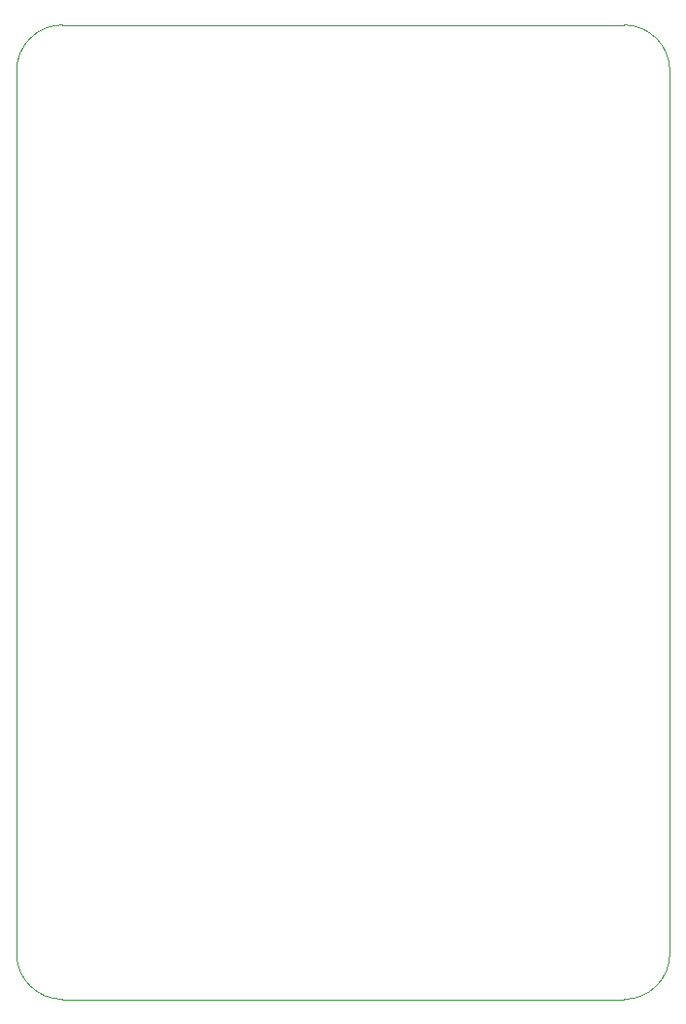
<source format=gm1>
%TF.GenerationSoftware,KiCad,Pcbnew,8.0.5*%
%TF.CreationDate,2024-11-16T16:01:41-06:00*%
%TF.ProjectId,ControllerPCB,436f6e74-726f-46c6-9c65-725043422e6b,rev?*%
%TF.SameCoordinates,Original*%
%TF.FileFunction,Profile,NP*%
%FSLAX46Y46*%
G04 Gerber Fmt 4.6, Leading zero omitted, Abs format (unit mm)*
G04 Created by KiCad (PCBNEW 8.0.5) date 2024-11-16 16:01:41*
%MOMM*%
%LPD*%
G01*
G04 APERTURE LIST*
%TA.AperFunction,Profile*%
%ADD10C,0.050000*%
%TD*%
G04 APERTURE END LIST*
D10*
X28241239Y-127316037D02*
X28241239Y-50316037D01*
X28241239Y-50316037D02*
G75*
G02*
X32241239Y-46316037I4000000J0D01*
G01*
X32241239Y-131316037D02*
G75*
G02*
X28241239Y-127316037I0J4000000D01*
G01*
X85241239Y-127316037D02*
G75*
G02*
X81241239Y-131316037I-4000000J0D01*
G01*
X81241239Y-46316037D02*
G75*
G02*
X85241239Y-50316037I0J-4000000D01*
G01*
X81241239Y-131316037D02*
X32241239Y-131316037D01*
X85241239Y-50316037D02*
X85241239Y-127316037D01*
X32241239Y-46316037D02*
X81241239Y-46316037D01*
M02*

</source>
